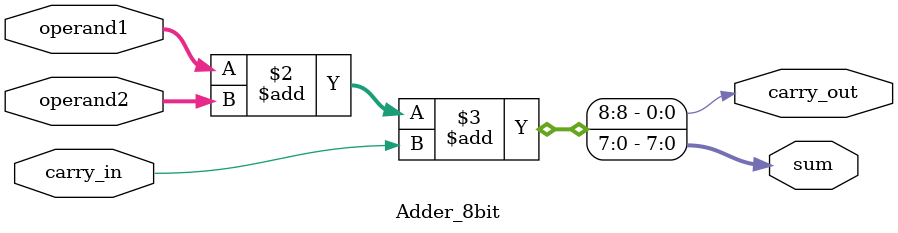
<source format=v>
`timescale 1ns / 1ps


module Adder_8bit(
input [7:0] operand1,
input [7:0] operand2,
input carry_in,
output reg [7:0] sum,
output reg carry_out
    );
    
always@(*)
begin
    {carry_out,sum} = operand1 + operand2 + carry_in;
end
endmodule

</source>
